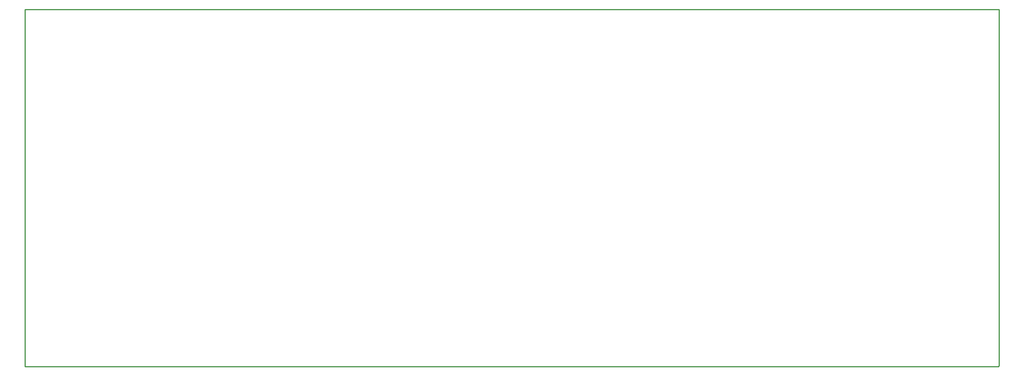
<source format=gm1>
G04 Layer_Color=16711935*
%FSLAX24Y24*%
%MOIN*%
G70*
G01*
G75*
%ADD10C,0.0100*%
D10*
X85827Y-31449D02*
Y-2D01*
X85780Y-31496D02*
X85827Y-31449D01*
X0Y-31496D02*
X85780D01*
X0Y-2D02*
X85827D01*
X0Y-31496D02*
Y-2D01*
X85827Y-31449D02*
Y-2D01*
X85780Y-31496D02*
X85827Y-31449D01*
X0Y-31496D02*
X85780D01*
X0Y-2D02*
X85827D01*
X0Y-31496D02*
Y-2D01*
M02*

</source>
